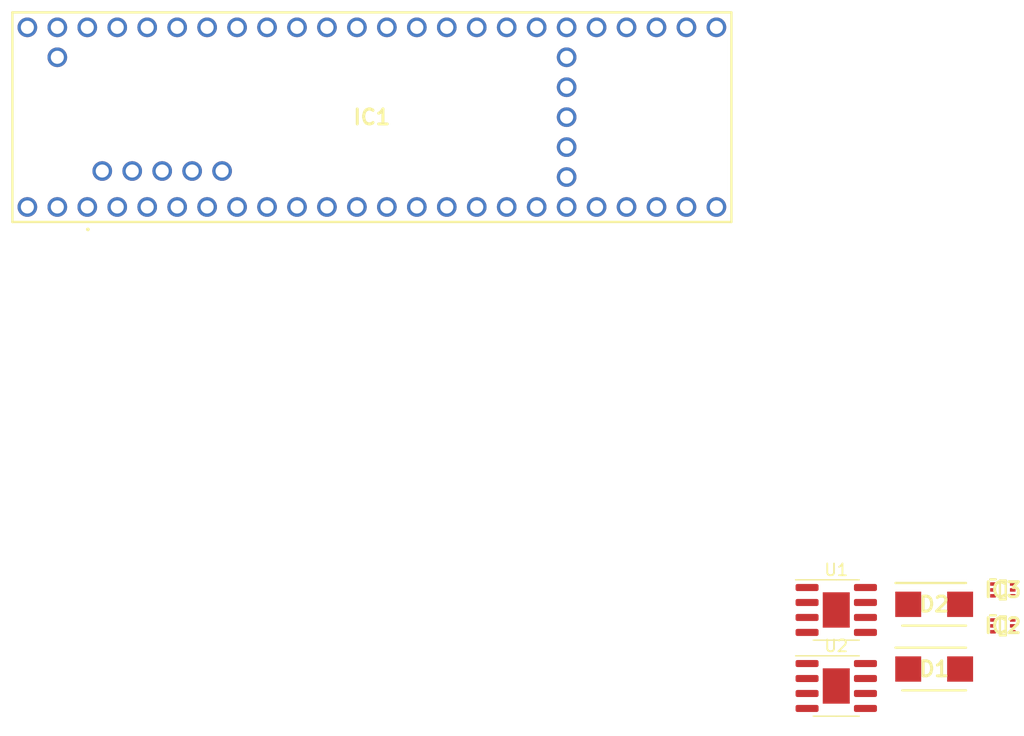
<source format=kicad_pcb>
(kicad_pcb (version 20211014) (generator pcbnew)
  (layers (0 "F.Cu" signal) (31 "B.Cu" signal) (34 "B.Paste" user) (35 "F.Paste" user) (36 "B.SilkS" user "B.Silkscreen") (37 "F.SilkS" user "F.Silkscreen") (38 "B.Mask" user) (39 "F.Mask" user) (44 "Edge.Cuts" user))
  (net 0 "")
  (net 44 "Net-(C9-Pad2)")
  (net 45 "GND")
  (net 46 "Net-(C10-Pad2)")
  (net 47 "TX1")
  (net 48 "RX2")
  (net 49 "TX2")
  (net 50 "TX3")
  (net 51 "RX3")
  (net 52 "TX4")
  (net 53 "RX4")
  (net 54 "BDC21")
  (net 55 "BDC22")
  (net 56 "RF_INT")
  (net 57 "LF_INT")
  (net 58 "BDC11")
  (net 59 "BDC12")
  (net 60 "+5V")
  (net 61 "RX1")
  (net 62 "Net-(IC2-Pad4)")
  (net 63 "+12V")
  (net 64 "Net-(IC2-Pad6)")
  (net 65 "Net-(IC3-Pad4)")
  (net 66 "Net-(IC3-Pad6)")
  (net 67 "Net-(C9-Pad1)")
  (net 68 "Net-(R1-Pad2)")
  (net 69 "Net-(R2-Pad2)")
  (net 71 "Net-(C10-Pad1)")
  (net 72 "Net-(R4-Pad2)")
  (net 73 "Net-(R5-Pad2)")
  (footprint "KiCad:TEENSY41" (layer "F.Cu") (at 124.46 40.64)
    (fp_text reference "IC1" (at 24.13 -7.62) (layer "F.SilkS") (effects (font (size 1.27 1.27) (thickness 0.254))))
    (fp_text value "TEENSY_4.1" hide)
    (fp_line (start 54.61 -16.51) (end -6.35 -16.51) (layer "F.SilkS") (width 0.2))
    (fp_line (start 0.1 1.9) (end 0.1 1.9) (layer "F.SilkS") (width 0.2))
    (fp_line (start -6.35 1.27) (end 54.61 1.27) (layer "F.SilkS") (width 0.2))
    (fp_line (start 0 1.9) (end 0 1.9) (layer "F.SilkS") (width 0.2))
    (fp_line (start -6.35 -16.51) (end -6.35 1.27) (layer "F.SilkS") (width 0.2))
    (fp_line (start 54.61 1.27) (end 54.61 -16.51) (layer "F.SilkS") (width 0.2))
    (fp_line (start 0 1.9) (end 0 1.9) (layer "F.SilkS") (width 0.2))
    (fp_arc (start 0.1 1.9) (mid 0.05 1.95) (end 0 1.9) (layer "F.SilkS") (width 0.2))
    (fp_arc (start 0.1 1.9) (mid 0.05 1.95) (end 0 1.9) (layer "F.SilkS") (width 0.2))
    (fp_arc (start 0 1.9) (mid 0.05 1.85) (end 0.1 1.9) (layer "F.SilkS") (width 0.2))
    (pad "1" thru_hole circle locked (at 0 0) (size 1.665 1.665) (drill 1.11) (layers *.Cu *.Mask) (net 47 "TX1"))
    (pad "2" thru_hole circle locked (at 2.54 0) (size 1.665 1.665) (drill 1.11) (layers *.Cu *.Mask))
    (pad "3" thru_hole circle locked (at 5.08 0) (size 1.665 1.665) (drill 1.11) (layers *.Cu *.Mask))
    (pad "4" thru_hole circle locked (at 7.62 0) (size 1.665 1.665) (drill 1.11) (layers *.Cu *.Mask))
    (pad "5" thru_hole circle locked (at 10.16 0) (size 1.665 1.665) (drill 1.11) (layers *.Cu *.Mask))
    (pad "6" thru_hole circle locked (at 12.7 0) (size 1.665 1.665) (drill 1.11) (layers *.Cu *.Mask))
    (pad "7" thru_hole circle locked (at 15.24 0) (size 1.665 1.665) (drill 1.11) (layers *.Cu *.Mask) (net 48 "RX2"))
    (pad "8" thru_hole circle locked (at 17.78 0) (size 1.665 1.665) (drill 1.11) (layers *.Cu *.Mask) (net 49 "TX2"))
    (pad "9" thru_hole circle locked (at 20.32 0) (size 1.665 1.665) (drill 1.11) (layers *.Cu *.Mask))
    (pad "10" thru_hole circle locked (at 22.86 0) (size 1.665 1.665) (drill 1.11) (layers *.Cu *.Mask))
    (pad "11" thru_hole circle locked (at 25.4 0) (size 1.665 1.665) (drill 1.11) (layers *.Cu *.Mask))
    (pad "12" thru_hole circle locked (at 27.94 0) (size 1.665 1.665) (drill 1.11) (layers *.Cu *.Mask))
    (pad "13" thru_hole circle locked (at 27.94 -15.24) (size 1.665 1.665) (drill 1.11) (layers *.Cu *.Mask))
    (pad "14" thru_hole circle locked (at 25.4 -15.24) (size 1.665 1.665) (drill 1.11) (layers *.Cu *.Mask) (net 50 "TX3"))
    (pad "15" thru_hole circle locked (at 22.86 -15.24) (size 1.665 1.665) (drill 1.11) (layers *.Cu *.Mask) (net 51 "RX3"))
    (pad "16" thru_hole circle locked (at 20.32 -15.24) (size 1.665 1.665) (drill 1.11) (layers *.Cu *.Mask) (net 52 "TX4"))
    (pad "17" thru_hole circle locked (at 17.78 -15.24) (size 1.665 1.665) (drill 1.11) (layers *.Cu *.Mask) (net 53 "RX4"))
    (pad "18" thru_hole circle locked (at 15.24 -15.24) (size 1.665 1.665) (drill 1.11) (layers *.Cu *.Mask) (net 54 "BDC21"))
    (pad "19" thru_hole circle locked (at 12.7 -15.24) (size 1.665 1.665) (drill 1.11) (layers *.Cu *.Mask) (net 55 "BDC22"))
    (pad "20" thru_hole circle locked (at 10.16 -15.24) (size 1.665 1.665) (drill 1.11) (layers *.Cu *.Mask) (net 56 "RF_INT"))
    (pad "21" thru_hole circle locked (at 7.62 -15.24) (size 1.665 1.665) (drill 1.11) (layers *.Cu *.Mask) (net 57 "LF_INT"))
    (pad "22" thru_hole circle locked (at 5.08 -15.24) (size 1.665 1.665) (drill 1.11) (layers *.Cu *.Mask) (net 58 "BDC11"))
    (pad "23" thru_hole circle locked (at 2.54 -15.24) (size 1.665 1.665) (drill 1.11) (layers *.Cu *.Mask) (net 59 "BDC12"))
    (pad "24" thru_hole circle locked (at 33.02 0) (size 1.665 1.665) (drill 1.11) (layers *.Cu *.Mask))
    (pad "25" thru_hole circle locked (at 35.56 0) (size 1.665 1.665) (drill 1.11) (layers *.Cu *.Mask))
    (pad "26" thru_hole circle locked (at 38.1 0) (size 1.665 1.665) (drill 1.11) (layers *.Cu *.Mask))
    (pad "27" thru_hole circle locked (at 40.64 0) (size 1.665 1.665) (drill 1.11) (layers *.Cu *.Mask))
    (pad "28" thru_hole circle locked (at 43.18 0) (size 1.665 1.665) (drill 1.11) (layers *.Cu *.Mask))
    (pad "29" thru_hole circle locked (at 45.72 0) (size 1.665 1.665) (drill 1.11) (layers *.Cu *.Mask))
    (pad "30" thru_hole circle locked (at 48.26 0) (size 1.665 1.665) (drill 1.11) (layers *.Cu *.Mask))
    (pad "31" thru_hole circle locked (at 50.8 0) (size 1.665 1.665) (drill 1.11) (layers *.Cu *.Mask))
    (pad "32" thru_hole circle locked (at 53.34 0) (size 1.665 1.665) (drill 1.11) (layers *.Cu *.Mask))
    (pad "33" thru_hole circle locked (at 53.34 -15.24) (size 1.665 1.665) (drill 1.11) (layers *.Cu *.Mask))
    (pad "34" thru_hole circle locked (at 50.8 -15.24) (size 1.665 1.665) (drill 1.11) (layers *.Cu *.Mask))
    (pad "35" thru_hole circle locked (at 48.26 -15.24) (size 1.665 1.665) (drill 1.11) (layers *.Cu *.Mask))
    (pad "36" thru_hole circle locked (at 45.72 -15.24) (size 1.665 1.665) (drill 1.11) (layers *.Cu *.Mask))
    (pad "37" thru_hole circle locked (at 43.18 -15.24) (size 1.665 1.665) (drill 1.11) (layers *.Cu *.Mask))
    (pad "38" thru_hole circle locked (at 40.64 -15.24) (size 1.665 1.665) (drill 1.11) (layers *.Cu *.Mask))
    (pad "39" thru_hole circle locked (at 38.1 -15.24) (size 1.665 1.665) (drill 1.11) (layers *.Cu *.Mask))
    (pad "40" thru_hole circle locked (at 35.56 -15.24) (size 1.665 1.665) (drill 1.11) (layers *.Cu *.Mask))
    (pad "41" thru_hole circle locked (at 33.02 -15.24) (size 1.665 1.665) (drill 1.11) (layers *.Cu *.Mask))
    (pad "42" thru_hole circle locked (at 30.48 0) (size 1.665 1.665) (drill 1.11) (layers *.Cu *.Mask))
    (pad "43" thru_hole circle locked (at 40.64 -2.54) (size 1.665 1.665) (drill 1.11) (layers *.Cu *.Mask))
    (pad "44" thru_hole circle locked (at 40.64 -5.08) (size 1.665 1.665) (drill 1.11) (layers *.Cu *.Mask))
    (pad "45" thru_hole circle locked (at 40.64 -7.62) (size 1.665 1.665) (drill 1.11) (layers *.Cu *.Mask))
    (pad "46" thru_hole circle locked (at 40.64 -10.16) (size 1.665 1.665) (drill 1.11) (layers *.Cu *.Mask))
    (pad "47" thru_hole circle locked (at 40.64 -12.7) (size 1.665 1.665) (drill 1.11) (layers *.Cu *.Mask))
    (pad "48" thru_hole circle locked (at 11.43 -3.05) (size 1.665 1.665) (drill 1.11) (layers *.Cu *.Mask))
    (pad "49" thru_hole circle locked (at 8.89 -3.05) (size 1.665 1.665) (drill 1.11) (layers *.Cu *.Mask))
    (pad "50" thru_hole circle locked (at 6.35 -3.05) (size 1.665 1.665) (drill 1.11) (layers *.Cu *.Mask))
    (pad "51" thru_hole circle locked (at 3.81 -3.05) (size 1.665 1.665) (drill 1.11) (layers *.Cu *.Mask))
    (pad "52" thru_hole circle locked (at 1.27 -3.05) (size 1.665 1.665) (drill 1.11) (layers *.Cu *.Mask))
    (pad "53" thru_hole circle locked (at 0 -15.24) (size 1.665 1.665) (drill 1.11) (layers *.Cu *.Mask))
    (pad "55" thru_hole circle locked (at -5.08 -15.24) (size 1.665 1.665) (drill 1.11) (layers *.Cu *.Mask) (net 60 "+5V"))
    (pad "57" thru_hole circle locked (at -2.54 0) (size 1.665 1.665) (drill 1.11) (layers *.Cu *.Mask) (net 61 "RX1"))
    (pad "68" thru_hole circle locked (at -2.54 -12.7) (size 1.665 1.665) (drill 1.11) (layers *.Cu *.Mask))
    (pad "69" thru_hole circle locked (at 30.48 -15.24) (size 1.665 1.665) (drill 1.11) (layers *.Cu *.Mask))
    (pad "70" thru_hole circle locked (at -2.54 -15.24) (size 1.665 1.665) (drill 1.11) (layers *.Cu *.Mask) (net 45 "GND"))
    (pad "71" thru_hole circle locked (at -5.08 0) (size 1.665 1.665) (drill 1.11) (layers *.Cu *.Mask))
  )
  (footprint "RatatoulliLibrary:SOTFL50P160X60-6N" (layer "F.Cu") (at 202.085 73.13)
    (fp_text reference "IC3" (at 0 0) (layer "F.SilkS") (effects (font (size 1.27 1.27) (thickness 0.254))))
    (fp_text value "DRV8212DRLR" hide)
    (fp_line (start 0.25 -0.8) (end 0.25 0.8) (layer "F.SilkS") (width 0.2))
    (fp_line (start -1.075 -0.9) (end -0.6 -0.9) (layer "F.SilkS") (width 0.2))
    (fp_line (start 0.25 0.8) (end -0.25 0.8) (layer "F.SilkS") (width 0.2))
    (fp_line (start -0.25 -0.8) (end 0.25 -0.8) (layer "F.SilkS") (width 0.2))
    (fp_line (start -0.25 0.8) (end -0.25 -0.8) (layer "F.SilkS") (width 0.2))
    (pad "1" smd rect (at -0.838 -0.5 90) (size 0.3 0.475) (layers "F.Cu" "F.Paste" "F.Mask") (net 54 "BDC21"))
    (pad "2" smd rect (at -0.838 0 90) (size 0.3 0.475) (layers "F.Cu" "F.Paste" "F.Mask") (net 55 "BDC22"))
    (pad "3" smd rect (at -0.838 0.5 90) (size 0.3 0.475) (layers "F.Cu" "F.Paste" "F.Mask") (net 45 "GND"))
    (pad "4" smd rect (at 0.838 0.5 90) (size 0.3 0.475) (layers "F.Cu" "F.Paste" "F.Mask") (net 65 "Net-(IC3-Pad4)"))
    (pad "5" smd rect (at 0.838 0 90) (size 0.3 0.475) (layers "F.Cu" "F.Paste" "F.Mask") (net 63 "+12V"))
    (pad "6" smd rect (at 0.838 -0.5 90) (size 0.3 0.475) (layers "F.Cu" "F.Paste" "F.Mask") (net 66 "Net-(IC3-Pad6)"))
  )
  (footprint "RatatoulliLibrary:DIOM5436X244N" (layer "F.Cu") (at 196.26 79.84)
    (fp_text reference "D1" (at 0 0) (layer "F.SilkS") (effects (font (size 1.27 1.27) (thickness 0.254))))
    (fp_text value "SSB43L-E3_52T" hide)
    (fp_line (start -2.7 1.81) (end 2.7 1.81) (layer "F.SilkS") (width 0.2))
    (fp_line (start 2.7 -1.81) (end -3.275 -1.81) (layer "F.SilkS") (width 0.2))
    (pad "1" smd rect (at -2.2 0 90) (size 2.15 2.2) (layers "F.Cu" "F.Paste" "F.Mask") (net 44 "Net-(C9-Pad2)"))
    (pad "2" smd rect (at 2.2 0 90) (size 2.15 2.2) (layers "F.Cu" "F.Paste" "F.Mask") (net 45 "GND"))
  )
  (footprint "Package_SO:SOIC-8-1EP_3.9x4.9mm_P1.27mm_EP2.29x3mm" (layer "F.Cu") (at 187.96 81.28)
    (fp_text reference "U2" (at 0 -3.4) (layer "F.SilkS"))
    (fp_text value "ADP2303ARDZ-R7")
    (fp_line (start 0 -2.56) (end 1.95 -2.56) (layer "F.SilkS") (width 0.12))
    (fp_line (start 0 -2.56) (end -3.45 -2.56) (layer "F.SilkS") (width 0.12))
    (fp_line (start 0 2.56) (end -1.95 2.56) (layer "F.SilkS") (width 0.12))
    (fp_line (start 0 2.56) (end 1.95 2.56) (layer "F.SilkS") (width 0.12))
    (pad "1" smd roundrect (at -2.475 -1.905) (size 1.95 0.6) (layers "F.Cu" "F.Paste" "F.Mask") (net 71 "Net-(C10-Pad1)"))
    (pad "2" smd roundrect (at -2.475 -0.635) (size 1.95 0.6) (layers "F.Cu" "F.Paste" "F.Mask") (net 63 "+12V"))
    (pad "3" smd roundrect (at -2.475 0.635) (size 1.95 0.6) (layers "F.Cu" "F.Paste" "F.Mask") (net 63 "+12V"))
    (pad "4" smd roundrect (at -2.475 1.905) (size 1.95 0.6) (layers "F.Cu" "F.Paste" "F.Mask") (net 72 "Net-(R4-Pad2)"))
    (pad "5" smd roundrect (at 2.475 1.905) (size 1.95 0.6) (layers "F.Cu" "F.Paste" "F.Mask") (net 73 "Net-(R5-Pad2)"))
    (pad "6" smd roundrect (at 2.475 0.635) (size 1.95 0.6) (layers "F.Cu" "F.Paste" "F.Mask"))
    (pad "7" smd roundrect (at 2.475 -0.635) (size 1.95 0.6) (layers "F.Cu" "F.Paste" "F.Mask") (net 45 "GND"))
    (pad "8" smd roundrect (at 2.475 -1.905) (size 1.95 0.6) (layers "F.Cu" "F.Paste" "F.Mask") (net 46 "Net-(C10-Pad2)"))
    (pad "9" smd rect (at 0 0) (size 2.29 3) (layers "F.Cu" "F.Mask") (net 45 "GND"))
  )
  (footprint "Package_SO:SOIC-8-1EP_3.9x4.9mm_P1.27mm_EP2.29x3mm" (layer "F.Cu") (at 187.96 74.83)
    (fp_text reference "U1" (at 0 -3.4) (layer "F.SilkS"))
    (fp_text value "ADP2303ARDZ-R7")
    (fp_line (start 0 -2.56) (end -3.45 -2.56) (layer "F.SilkS") (width 0.12))
    (fp_line (start 0 2.56) (end -1.95 2.56) (layer "F.SilkS") (width 0.12))
    (fp_line (start 0 -2.56) (end 1.95 -2.56) (layer "F.SilkS") (width 0.12))
    (fp_line (start 0 2.56) (end 1.95 2.56) (layer "F.SilkS") (width 0.12))
    (pad "1" smd roundrect (at -2.475 -1.905) (size 1.95 0.6) (layers "F.Cu" "F.Paste" "F.Mask") (net 67 "Net-(C9-Pad1)"))
    (pad "2" smd roundrect (at -2.475 -0.635) (size 1.95 0.6) (layers "F.Cu" "F.Paste" "F.Mask") (net 63 "+12V"))
    (pad "3" smd roundrect (at -2.475 0.635) (size 1.95 0.6) (layers "F.Cu" "F.Paste" "F.Mask") (net 63 "+12V"))
    (pad "4" smd roundrect (at -2.475 1.905) (size 1.95 0.6) (layers "F.Cu" "F.Paste" "F.Mask") (net 68 "Net-(R1-Pad2)"))
    (pad "5" smd roundrect (at 2.475 1.905) (size 1.95 0.6) (layers "F.Cu" "F.Paste" "F.Mask") (net 69 "Net-(R2-Pad2)"))
    (pad "6" smd roundrect (at 2.475 0.635) (size 1.95 0.6) (layers "F.Cu" "F.Paste" "F.Mask"))
    (pad "7" smd roundrect (at 2.475 -0.635) (size 1.95 0.6) (layers "F.Cu" "F.Paste" "F.Mask") (net 45 "GND"))
    (pad "8" smd roundrect (at 2.475 -1.905) (size 1.95 0.6) (layers "F.Cu" "F.Paste" "F.Mask") (net 44 "Net-(C9-Pad2)"))
    (pad "9" smd rect (at 0 0) (size 2.29 3) (layers "F.Cu" "F.Mask") (net 45 "GND"))
  )
  (footprint "RatatoulliLibrary:DIOM5436X244N" (layer "F.Cu") (at 196.26 74.35)
    (fp_text reference "D2" (at 0 0) (layer "F.SilkS") (effects (font (size 1.27 1.27) (thickness 0.254))))
    (fp_text value "SSB43L-E3_52T" hide)
    (fp_line (start 2.7 -1.81) (end -3.275 -1.81) (layer "F.SilkS") (width 0.2))
    (fp_line (start -2.7 1.81) (end 2.7 1.81) (layer "F.SilkS") (width 0.2))
    (pad "1" smd rect (at -2.2 0 90) (size 2.15 2.2) (layers "F.Cu" "F.Paste" "F.Mask") (net 46 "Net-(C10-Pad2)"))
    (pad "2" smd rect (at 2.2 0 90) (size 2.15 2.2) (layers "F.Cu" "F.Paste" "F.Mask") (net 45 "GND"))
  )
  (footprint "RatatoulliLibrary:SOTFL50P160X60-6N" (layer "F.Cu") (at 202.085 76.18)
    (fp_text reference "IC2" (at 0 0) (layer "F.SilkS") (effects (font (size 1.27 1.27) (thickness 0.254))))
    (fp_text value "DRV8212DRLR" hide)
    (fp_line (start 0.25 0.8) (end -0.25 0.8) (layer "F.SilkS") (width 0.2))
    (fp_line (start -0.25 0.8) (end -0.25 -0.8) (layer "F.SilkS") (width 0.2))
    (fp_line (start 0.25 -0.8) (end 0.25 0.8) (layer "F.SilkS") (width 0.2))
    (fp_line (start -1.075 -0.9) (end -0.6 -0.9) (layer "F.SilkS") (width 0.2))
    (fp_line (start -0.25 -0.8) (end 0.25 -0.8) (layer "F.SilkS") (width 0.2))
    (pad "1" smd rect (at -0.838 -0.5 90) (size 0.3 0.475) (layers "F.Cu" "F.Paste" "F.Mask") (net 58 "BDC11"))
    (pad "2" smd rect (at -0.838 0 90) (size 0.3 0.475) (layers "F.Cu" "F.Paste" "F.Mask") (net 59 "BDC12"))
    (pad "3" smd rect (at -0.838 0.5 90) (size 0.3 0.475) (layers "F.Cu" "F.Paste" "F.Mask") (net 45 "GND"))
    (pad "4" smd rect (at 0.838 0.5 90) (size 0.3 0.475) (layers "F.Cu" "F.Paste" "F.Mask") (net 62 "Net-(IC2-Pad4)"))
    (pad "5" smd rect (at 0.838 0 90) (size 0.3 0.475) (layers "F.Cu" "F.Paste" "F.Mask") (net 63 "+12V"))
    (pad "6" smd rect (at 0.838 -0.5 90) (size 0.3 0.475) (layers "F.Cu" "F.Paste" "F.Mask") (net 64 "Net-(IC2-Pad6)"))
  )
)
</source>
